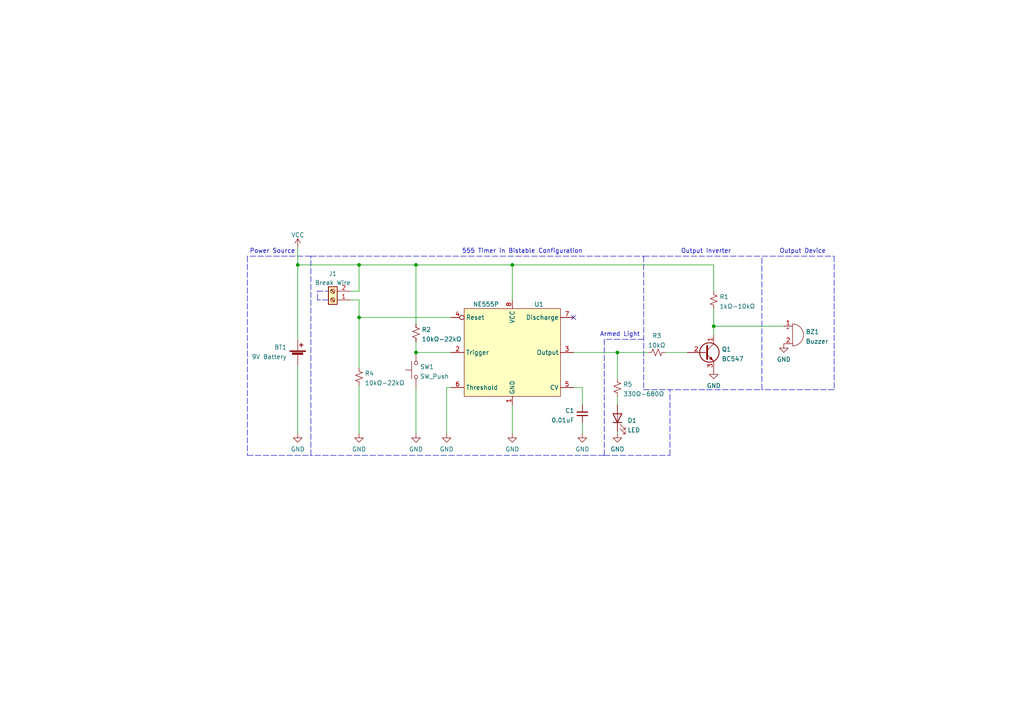
<source format=kicad_sch>
(kicad_sch (version 20211123) (generator eeschema)
  (paper "A4")
  (title_block (title "Rocket Alarm") (date "2023-03-18") (rev "1") (company "Thomas Francois") (comment 1 "Circuit generates an output tone when the breakwire connection is opened") (comment 2 "Using a 555 timer in bistable mode and output inverter"))
  (lib_symbols
    (symbol "Connector:Screw_Terminal_01x02" (pin_names (offset 1.016) hide)
      (property "Reference" "J" (at 0 2.54 0))
      (property "Value" "Screw_Terminal_01x02" (at 0 -5.08 0))
      (symbol "Screw_Terminal_01x02_1_1"
        (rectangle (start -1.27 1.27) (end 1.27 -3.81) (stroke (width 0.254)) (fill (type background)))
        (circle (center 0 -2.54) (radius 0.635) (stroke (width 0.1524)))
        (polyline (pts (xy -0.5334 -2.2098) (xy 0.3302 -3.048)) (stroke (width 0.1524)))
        (polyline (pts (xy -0.5334 0.3302) (xy 0.3302 -0.508)) (stroke (width 0.1524)))
        (polyline (pts (xy -0.3556 -2.032) (xy 0.508 -2.8702)) (stroke (width 0.1524)))
        (polyline (pts (xy -0.3556 0.508) (xy 0.508 -0.3302)) (stroke (width 0.1524)))
        (circle (center 0 0) (radius 0.635) (stroke (width 0.1524)))
        (pin passive line (at -5.08 0 0) (length 3.81) (name "Pin_1") (number "1"))
        (pin passive line (at -5.08 -2.54 0) (length 3.81) (name "Pin_2") (number "2"))
      )
    )
    (symbol "Device:Battery_Cell" (pin_numbers hide) (pin_names (offset 0) hide)
      (property "Reference" "BT" (at 2.54 2.54 0))
      (property "Value" "Battery_Cell" (at 2.54 0 0))
      (symbol "Battery_Cell_0_1"
        (rectangle (start -2.286 1.778) (end 2.286 1.524) (fill (type outline)))
        (rectangle (start -1.5748 1.1938) (end 1.4732 0.6858) (fill (type outline)))
        (polyline (pts (xy 0 0.762) (xy 0 0)))
        (polyline (pts (xy 0 1.778) (xy 0 2.54)))
        (polyline (pts (xy 0.508 3.429) (xy 1.524 3.429)) (stroke (width 0.254)))
        (polyline (pts (xy 1.016 3.937) (xy 1.016 2.921)) (stroke (width 0.254)))
      )
      (symbol "Battery_Cell_1_1"
        (pin passive line (at 0 5.08 270) (length 2.54) (name "+") (number "1"))
        (pin passive line (at 0 -2.54 90) (length 2.54) (name "-") (number "2"))
      )
    )
    (symbol "Device:Buzzer" (pin_names (offset 0.0254) hide)
      (property "Reference" "BZ" (at 3.81 1.27 0))
      (property "Value" "Buzzer" (at 3.81 -1.27 0))
      (symbol "Buzzer_0_1"
        (arc (start 0 -3.175) (mid 3.175 0) (end 0 3.175))
        (polyline (pts (xy -1.651 1.905) (xy -1.143 1.905)))
        (polyline (pts (xy -1.397 2.159) (xy -1.397 1.651)))
        (polyline (pts (xy 0 3.175) (xy 0 -3.175)))
      )
      (symbol "Buzzer_1_1"
        (pin passive line (at -2.54 2.54 0) (length 2.54) (name "-") (number "1"))
        (pin passive line (at -2.54 -2.54 0) (length 2.54) (name "+") (number "2"))
      )
    )
    (symbol "Device:C_Small" (pin_numbers hide) (pin_names (offset 0.254) hide)
      (property "Reference" "C" (at 0.254 1.778 0))
      (property "Value" "C_Small" (at 0.254 -2.032 0))
      (symbol "C_Small_0_1"
        (polyline (pts (xy -1.524 -0.508) (xy 1.524 -0.508)) (stroke (width 0.3302)))
        (polyline (pts (xy -1.524 0.508) (xy 1.524 0.508)) (stroke (width 0.3048)))
      )
      (symbol "C_Small_1_1"
        (pin passive line (at 0 2.54 270) (length 2.032) (name "~") (number "1"))
        (pin passive line (at 0 -2.54 90) (length 2.032) (name "~") (number "2"))
      )
    )
    (symbol "Device:LED" (pin_numbers hide) (pin_names (offset 1.016) hide)
      (property "Reference" "D" (at 0 2.54 0))
      (property "Value" "LED" (at 0 -2.54 0))
      (symbol "LED_0_1"
        (polyline (pts (xy -1.27 -1.27) (xy -1.27 1.27)) (stroke (width 0.254)))
        (polyline (pts (xy -1.27 0) (xy 1.27 0)))
        (polyline (pts (xy 1.27 -1.27) (xy 1.27 1.27) (xy -1.27 0) (xy 1.27 -1.27)) (stroke (width 0.254)))
        (polyline (pts (xy -3.048 -0.762) (xy -4.572 -2.286) (xy -3.81 -2.286) (xy -4.572 -2.286) (xy -4.572 -1.524)))
        (polyline (pts (xy -1.778 -0.762) (xy -3.302 -2.286) (xy -2.54 -2.286) (xy -3.302 -2.286) (xy -3.302 -1.524)))
      )
      (symbol "LED_1_1"
        (pin passive line (at -3.81 0 0) (length 2.54) (name "K") (number "1"))
        (pin passive line (at 3.81 0 180) (length 2.54) (name "A") (number "2"))
      )
    )
    (symbol "Device:R_Small_US" (pin_numbers hide) (pin_names (offset 0.254) hide)
      (property "Reference" "R" (at 0.762 0.508 0))
      (property "Value" "R_Small_US" (at 0.762 -1.016 0))
      (symbol "R_Small_US_1_1"
        (polyline (pts (xy 0 0) (xy 1.016 -0.381) (xy 0 -0.762) (xy -1.016 -1.143) (xy 0 -1.524)))
        (polyline (pts (xy 0 1.524) (xy 1.016 1.143) (xy 0 0.762) (xy -1.016 0.381) (xy 0 0)))
        (pin passive line (at 0 2.54 270) (length 1.016) (name "~") (number "1"))
        (pin passive line (at 0 -2.54 90) (length 1.016) (name "~") (number "2"))
      )
    )
    (symbol "Switch:SW_Push" (pin_numbers hide) (pin_names (offset 1.016) hide)
      (property "Reference" "SW" (at 1.27 2.54 0))
      (property "Value" "SW_Push" (at 0 -1.524 0))
      (symbol "SW_Push_0_1"
        (circle (center -2.032 0) (radius 0.508))
        (polyline (pts (xy 0 1.27) (xy 0 3.048)))
        (polyline (pts (xy 2.54 1.27) (xy -2.54 1.27)))
        (circle (center 2.032 0) (radius 0.508))
        (pin passive line (at -5.08 0 0) (length 2.54) (name "1") (number "1"))
        (pin passive line (at 5.08 0 180) (length 2.54) (name "2") (number "2"))
      )
    )
    (symbol "Timer:NE555P"
      (property "Reference" "U?" (at 6.35 13.97 0))
      (property "Value" "NE555P" (at -11.43 13.97 0))
      (symbol "NE555P_0_0"
        (pin power_in line (at 0 -15.24 90) (length 2.54) (name "GND") (number "1"))
        (pin power_in line (at 0 15.24 270) (length 2.54) (name "VCC") (number "8"))
      )
      (symbol "NE555P_0_1"
        (rectangle (start -13.97 12.7) (end 13.97 -12.7) (stroke (width 0.1524)) (fill (type background)))
      )
      (symbol "NE555P_1_1"
        (pin input line (at -17.78 0 0) (length 3.81) (name "Trigger") (number "2"))
        (pin output line (at 17.78 0 180) (length 3.81) (name "Output") (number "3"))
        (pin input inverted (at -17.78 10.16 0) (length 3.81) (name "Reset") (number "4"))
        (pin input line (at 17.78 -10.16 180) (length 3.81) (name "CV") (number "5"))
        (pin input line (at -17.78 -10.16 0) (length 3.81) (name "Threshold") (number "6"))
        (pin input line (at 17.78 10.16 180) (length 3.81) (name "Discharge") (number "7"))
      )
    )
    (symbol "Transistor_BJT:BC547" (pin_names (offset 0) hide)
      (property "Reference" "Q" (at 5.08 1.905 0))
      (property "Value" "BC547" (at 5.08 0 0))
      (symbol "BC547_0_1"
        (polyline (pts (xy 0 0) (xy 0.635 0)))
        (polyline (pts (xy 0.635 0.635) (xy 2.54 2.54)))
        (polyline (pts (xy 0.635 -0.635) (xy 2.54 -2.54) (xy 2.54 -2.54)))
        (polyline (pts (xy 0.635 1.905) (xy 0.635 -1.905) (xy 0.635 -1.905)) (stroke (width 0.508)))
        (polyline (pts (xy 1.27 -1.778) (xy 1.778 -1.27) (xy 2.286 -2.286) (xy 1.27 -1.778) (xy 1.27 -1.778)) (fill (type outline)))
        (circle (center 1.27 0) (radius 2.8194) (stroke (width 0.254)))
      )
      (symbol "BC547_1_1"
        (pin passive line (at 2.54 5.08 270) (length 2.54) (name "C") (number "1"))
        (pin input line (at -5.08 0 0) (length 5.08) (name "B") (number "2"))
        (pin passive line (at 2.54 -5.08 90) (length 2.54) (name "E") (number "3"))
      )
    )
    (symbol "power:GND" (power) (pin_names (offset 0))
      (property "Value" "GND" (at 0 -3.81 0))
      (symbol "GND_0_1"
        (polyline (pts (xy 0 0) (xy 0 -1.27) (xy 1.27 -1.27) (xy 0 -2.54) (xy -1.27 -1.27) (xy 0 -1.27)))
      )
      (symbol "GND_1_1"
        (pin power_in line (at 0 0 270) (length 0) hide (name "GND") (number "1"))
      )
    )
    (symbol "power:VCC" (power) (pin_names (offset 0))
      (property "Value" "VCC" (at 0 3.81 0))
      (symbol "VCC_0_1"
        (polyline (pts (xy -0.762 1.27) (xy 0 2.54)))
        (polyline (pts (xy 0 0) (xy 0 2.54)))
        (polyline (pts (xy 0 2.54) (xy 0.762 1.27)))
      )
      (symbol "VCC_1_1"
        (pin power_in line (at 0 0 90) (length 0) hide (name "VCC") (number "1"))
      )
    )
  )
  (junction (at 120.65 76.835))
  (junction (at 120.65 102.235))
  (junction (at 207.01 94.615))
  (junction (at 179.07 102.235))
  (junction (at 148.59 76.835))
  (junction (at 86.36 76.835))
  (junction (at 104.14 76.835))
  (junction (at 104.14 92.075))
  (no_connect (at 166.37 92.075))
  (wire (pts (xy 179.07 114.935) (xy 179.07 117.475)))
  (polyline (pts (xy 194.31 132.08) (xy 194.31 113.03)))
  (wire (pts (xy 148.59 125.73) (xy 148.59 117.475)))
  (wire (pts (xy 101.6 86.995) (xy 104.14 86.995)))
  (wire (pts (xy 101.6 84.455) (xy 104.14 84.455)))
  (polyline (pts (xy 186.69 98.425) (xy 175.26 98.425)))
  (wire (pts (xy 86.36 125.73) (xy 86.36 106.045)))
  (polyline (pts (xy 220.98 113.03) (xy 220.98 74.295)))
  (wire (pts (xy 207.01 89.535) (xy 207.01 94.615)))
  (wire (pts (xy 179.07 125.73) (xy 179.07 125.095)))
  (wire (pts (xy 104.14 111.76) (xy 104.14 125.73)))
  (polyline (pts (xy 186.69 113.03) (xy 220.98 113.03)))
  (wire (pts (xy 120.65 76.835) (xy 148.59 76.835)))
  (polyline (pts (xy 241.935 74.295) (xy 241.935 113.03)))
  (wire (pts (xy 148.59 76.835) (xy 148.59 86.995)))
  (wire (pts (xy 104.14 76.835) (xy 120.65 76.835)))
  (wire (pts (xy 120.65 76.835) (xy 120.65 93.98)))
  (wire (pts (xy 120.65 125.73) (xy 120.65 112.395)))
  (wire (pts (xy 207.01 76.835) (xy 207.01 84.455)))
  (wire (pts (xy 104.14 92.075) (xy 130.81 92.075)))
  (polyline (pts (xy 175.26 132.08) (xy 194.31 132.08)))
  (polyline (pts (xy 92.075 84.455) (xy 95.25 84.455)))
  (wire (pts (xy 129.54 125.73) (xy 129.54 112.395)))
  (wire (pts (xy 129.54 112.395) (xy 130.81 112.395)))
  (wire (pts (xy 166.37 102.235) (xy 179.07 102.235)))
  (polyline (pts (xy 175.26 98.425) (xy 175.26 132.08)))
  (wire (pts (xy 187.96 102.235) (xy 179.07 102.235)))
  (wire (pts (xy 207.01 94.615) (xy 227.33 94.615)))
  (wire (pts (xy 86.36 71.755) (xy 86.36 76.835)))
  (wire (pts (xy 120.65 102.235) (xy 130.81 102.235)))
  (polyline (pts (xy 92.075 86.995) (xy 92.075 84.455)))
  (polyline (pts (xy 186.69 74.295) (xy 186.69 74.295)))
  (polyline (pts (xy 220.98 74.295) (xy 241.935 74.295)))
  (polyline (pts (xy 90.17 74.295) (xy 71.755 74.295)))
  (wire (pts (xy 104.14 84.455) (xy 104.14 76.835)))
  (wire (pts (xy 86.36 76.835) (xy 86.36 98.425)))
  (wire (pts (xy 199.39 102.235) (xy 193.04 102.235)))
  (polyline (pts (xy 186.69 74.295) (xy 220.98 74.295)))
  (wire (pts (xy 148.59 76.835) (xy 207.01 76.835)))
  (polyline (pts (xy 71.755 132.08) (xy 90.17 132.08)))
  (polyline (pts (xy 90.17 74.295) (xy 186.69 74.295)))
  (polyline (pts (xy 175.26 132.08) (xy 90.17 132.08)))
  (wire (pts (xy 168.91 112.395) (xy 168.91 117.475)))
  (polyline (pts (xy 95.25 86.995) (xy 92.075 86.995)))
  (wire (pts (xy 120.65 99.06) (xy 120.65 102.235)))
  (polyline (pts (xy 186.69 74.295) (xy 186.69 113.03)))
  (wire (pts (xy 179.07 102.235) (xy 179.07 109.855)))
  (wire (pts (xy 207.01 94.615) (xy 207.01 97.155)))
  (polyline (pts (xy 241.935 113.03) (xy 220.98 113.03)))
  (wire (pts (xy 104.14 92.075) (xy 104.14 106.68)))
  (wire (pts (xy 104.14 86.995) (xy 104.14 92.075)))
  (wire (pts (xy 86.36 76.835) (xy 104.14 76.835)))
  (wire (pts (xy 166.37 112.395) (xy 168.91 112.395)))
  (polyline (pts (xy 90.17 132.08) (xy 90.17 74.295)))
  (polyline (pts (xy 71.755 74.295) (xy 71.755 132.08)))
  (wire (pts (xy 168.91 125.73) (xy 168.91 122.555)))
  (text "555 Timer in Bistable Configuration" (at 133.985 73.66 0) (effects (font (size 1.27 1.27)) (justify left bottom)))
  (text "Armed Light" (at 173.99 97.79 0) (effects (font (size 1.27 1.27)) (justify left bottom)))
  (text "Output Inverter" (at 197.485 73.66 0) (effects (font (size 1.27 1.27)) (justify left bottom)))
  (text "Power Source" (at 72.39 73.66 0) (effects (font (size 1.27 1.27)) (justify left bottom)))
  (text "Output Device" (at 226.06 73.66 0) (effects (font (size 1.27 1.27)) (justify left bottom)))
  (symbol (lib_id "Timer:NE555P") (at 148.59 102.235 0) (unit 1)
    (property "Reference" "U1" (at 154.94 88.265 0) (effects (justify left)))
    (property "Value" "NE555P" (at 137.16 88.265 0) (effects (justify left)))
    (property "Footprint" "Package_DIP:DIP-8_W7.62mm" (effects hide))
    (property "Datasheet" "https://www.ti.com/lit/ds/symlink/lm555.pdf" (effects hide))
  )
  (symbol (lib_id "Device:R_Small_US") (at 104.14 109.22 0) (unit 1)
    (property "Reference" "R4" (at 105.791 108.3115 0) (effects (justify left)))
    (property "Value" "10kΩ-22kΩ" (at 105.791 111.0866 0) (effects (justify left)))
    (property "Footprint" "Resistor_THT:R_Axial_DIN0309_L9.0mm_D3.2mm_P2.54mm_Vertical" (effects hide))
  )
  (symbol (lib_id "Device:R_Small_US") (at 207.01 86.995 180) (unit 1)
    (property "Reference" "R1" (at 208.661 86.0865 0) (effects (justify right)))
    (property "Value" "1kΩ-10kΩ" (at 208.661 88.8616 0) (effects (justify right)))
    (property "Footprint" "Resistor_THT:R_Axial_DIN0309_L9.0mm_D3.2mm_P2.54mm_Vertical" (effects hide))
  )
  (symbol (lib_id "Device:LED") (at 179.07 121.285 90) (unit 1)
    (property "Reference" "D1" (at 181.991 121.964 90) (effects (justify right)))
    (property "Value" "LED" (at 181.991 124.7391 90) (effects (justify right)))
    (property "Footprint" "LED_THT:LED_D5.0mm" (effects hide))
  )
  (symbol (lib_id "power:GND") (at 179.07 125.73 0) (unit 1)
    (property "Reference" "#PWR010" (effects hide))
    (property "Value" "GND" (at 179.07 130.2925 0))
  )
  (symbol (lib_id "Device:R_Small_US") (at 120.65 96.52 0) (unit 1)
    (property "Reference" "R2" (at 122.301 95.6115 0) (effects (justify left)))
    (property "Value" "10kΩ-22kΩ" (at 122.301 98.3866 0) (effects (justify left)))
    (property "Footprint" "Resistor_THT:R_Axial_DIN0309_L9.0mm_D3.2mm_P2.54mm_Vertical" (effects hide))
  )
  (symbol (lib_id "power:GND") (at 86.36 125.73 0) (unit 1)
    (property "Reference" "#PWR04" (effects hide))
    (property "Value" "GND" (at 86.36 130.2925 0))
  )
  (symbol (lib_id "power:GND") (at 168.91 125.73 0) (unit 1)
    (property "Reference" "#PWR09" (effects hide))
    (property "Value" "GND" (at 168.91 130.2925 0))
  )
  (symbol (lib_id "Device:R_Small_US") (at 179.07 112.395 0) (unit 1)
    (property "Reference" "R5" (at 180.721 111.4865 0) (effects (justify left)))
    (property "Value" "330Ω-680Ω" (at 180.721 114.2616 0) (effects (justify left)))
    (property "Footprint" "Resistor_THT:R_Axial_DIN0309_L9.0mm_D3.2mm_P2.54mm_Vertical" (effects hide))
  )
  (symbol (lib_id "power:GND") (at 129.54 125.73 0) (unit 1)
    (property "Reference" "#PWR07" (effects hide))
    (property "Value" "GND" (at 129.54 130.2925 0))
  )
  (symbol (lib_id "Switch:SW_Push") (at 120.65 107.315 90) (unit 1)
    (property "Reference" "SW1" (at 121.793 106.4065 90) (effects (justify right)))
    (property "Value" "SW_Push" (at 121.793 109.1816 90) (effects (justify right)))
    (property "Footprint" "Button_Switch_THT:SW_PUSH_6mm_H8mm" (effects hide))
  )
  (symbol (lib_id "power:GND") (at 104.14 125.73 0) (unit 1)
    (property "Reference" "#PWR05" (effects hide))
    (property "Value" "GND" (at 104.14 130.2925 0))
  )
  (symbol (lib_id "power:GND") (at 227.33 99.695 0) (unit 1)
    (property "Reference" "#PWR02" (effects hide))
    (property "Value" "GND" (at 227.33 104.2575 0))
  )
  (symbol (lib_id "power:GND") (at 148.59 125.73 0) (unit 1)
    (property "Reference" "#PWR08" (effects hide))
    (property "Value" "GND" (at 148.59 130.2925 0))
  )
  (symbol (lib_id "power:GND") (at 120.65 125.73 0) (unit 1)
    (property "Reference" "#PWR06" (effects hide))
    (property "Value" "GND" (at 120.65 130.2925 0))
  )
  (symbol (lib_id "power:VCC") (at 86.36 71.755 0) (unit 1)
    (property "Reference" "#PWR01" (effects hide))
    (property "Value" "VCC" (at 86.36 68.1505 0))
  )
  (symbol (lib_id "Device:C_Small") (at 168.91 120.015 0) (mirror x) (unit 1)
    (property "Reference" "C1" (at 166.5859 119.1001 0) (effects (justify right)))
    (property "Value" "0.01uF" (at 166.5859 121.8752 0) (effects (justify right)))
    (property "Footprint" "Capacitor_THT:C_Disc_D5.0mm_W2.5mm_P5.00mm" (effects hide))
  )
  (symbol (lib_id "Transistor_BJT:BC547") (at 204.47 102.235 0) (unit 1)
    (property "Reference" "Q1" (at 209.3214 101.3265 0) (effects (justify left)))
    (property "Value" "BC547" (at 209.3214 104.1016 0) (effects (justify left)))
    (property "Footprint" "Package_TO_SOT_THT:TO-92_Inline" (effects hide))
    (property "Datasheet" "https://www.onsemi.com/pub/Collateral/BC550-D.pdf" (effects hide))
  )
  (symbol (lib_id "power:GND") (at 207.01 107.315 0) (unit 1)
    (property "Reference" "#PWR03" (effects hide))
    (property "Value" "GND" (at 207.01 111.8775 0))
  )
  (symbol (lib_id "Device:Buzzer") (at 229.87 97.155 0) (unit 1)
    (property "Reference" "BZ1" (at 233.68 96.2465 0) (effects (justify left)))
    (property "Value" "Buzzer" (at 233.68 99.0216 0) (effects (justify left)))
    (property "Footprint" "Rocket_Alarm_Components:Buzzer_JST_Header" (effects hide))
  )
  (symbol (lib_id "Device:Battery_Cell") (at 86.36 103.505 0) (unit 1)
    (property "Reference" "BT1" (at 83.185 100.7299 0) (effects (justify right)))
    (property "Value" "9V Battery" (at 83.185 103.505 0) (effects (justify right)))
    (property "Footprint" "Rocket_Alarm_Components:BatteryHolder_9V" (effects hide))
  )
  (symbol (lib_id "Device:R_Small_US") (at 190.5 102.235 90) (unit 1)
    (property "Reference" "R3" (at 190.5 97.3795 90))
    (property "Value" "10kΩ" (at 190.5 100.1546 90))
    (property "Footprint" "Resistor_THT:R_Axial_DIN0309_L9.0mm_D3.2mm_P2.54mm_Vertical" (effects hide))
  )
  (symbol (lib_id "Connector:Screw_Terminal_01x02") (at 96.52 86.995 180) (unit 1)
    (property "Reference" "J1" (at 96.52 79.375 0))
    (property "Value" "Break Wire" (at 96.52 81.9936 0))
    (property "Footprint" "TerminalBlock_Phoenix:TerminalBlock_Phoenix_MKDS-1,5-2_1x02_P5.00mm_Horizontal" (effects hide))
  )
)
</source>
